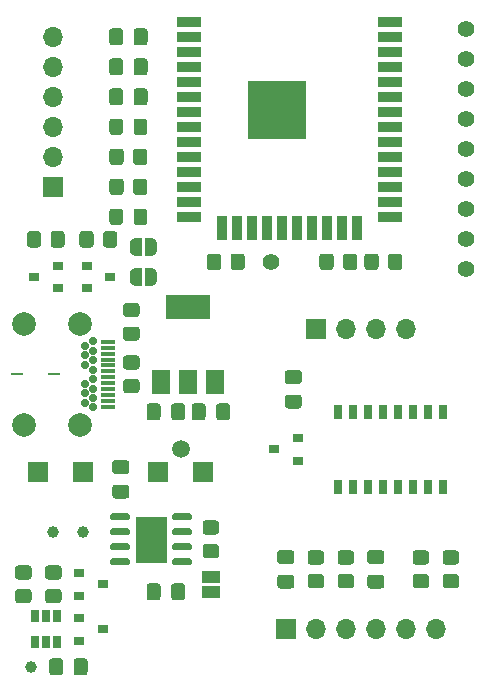
<source format=gbr>
%TF.GenerationSoftware,KiCad,Pcbnew,(5.1.10)-1*%
%TF.CreationDate,2021-12-14T17:34:47+01:00*%
%TF.ProjectId,SmartScale,536d6172-7453-4636-916c-652e6b696361,0.3*%
%TF.SameCoordinates,Original*%
%TF.FileFunction,Soldermask,Top*%
%TF.FilePolarity,Negative*%
%FSLAX46Y46*%
G04 Gerber Fmt 4.6, Leading zero omitted, Abs format (unit mm)*
G04 Created by KiCad (PCBNEW (5.1.10)-1) date 2021-12-14 17:34:47*
%MOMM*%
%LPD*%
G01*
G04 APERTURE LIST*
%ADD10C,0.100000*%
%ADD11C,1.500000*%
%ADD12R,1.000000X0.200000*%
%ADD13C,2.010000*%
%ADD14C,0.700000*%
%ADD15R,1.200000X0.300000*%
%ADD16R,0.900000X0.800000*%
%ADD17R,2.000000X0.900000*%
%ADD18R,0.900000X2.000000*%
%ADD19R,5.000000X5.000000*%
%ADD20R,1.700000X1.700000*%
%ADD21C,1.000000*%
%ADD22R,1.500000X1.000000*%
%ADD23C,0.020000*%
%ADD24R,0.800000X1.300000*%
%ADD25O,1.700000X1.700000*%
%ADD26C,1.400000*%
%ADD27R,1.500000X2.000000*%
%ADD28R,3.800000X2.000000*%
%ADD29R,0.650000X1.060000*%
G04 APERTURE END LIST*
D10*
G36*
X153035000Y-137160000D02*
G01*
X150495000Y-137160000D01*
X150495000Y-133350000D01*
X153035000Y-133350000D01*
X153035000Y-137160000D01*
G37*
X153035000Y-137160000D02*
X150495000Y-137160000D01*
X150495000Y-133350000D01*
X153035000Y-133350000D01*
X153035000Y-137160000D01*
D11*
%TO.C,REF\u002A\u002A*%
X154305000Y-127635000D03*
%TD*%
D12*
%TO.C,IC2*%
X140475000Y-121285000D03*
X143575000Y-121285000D03*
D13*
X141025000Y-125555000D03*
X141025000Y-117015000D03*
X145755000Y-125555000D03*
X145755000Y-117015000D03*
D14*
X146905000Y-123285000D03*
X146905000Y-119285000D03*
X146905000Y-118485000D03*
X146205000Y-118885000D03*
X146205000Y-119685000D03*
X146905000Y-120085000D03*
X146205000Y-120485000D03*
X146905000Y-120885000D03*
X146905000Y-121685000D03*
X146205000Y-122085000D03*
X146905000Y-122485000D03*
X146205000Y-122885000D03*
X146205000Y-123685000D03*
X146905000Y-124085000D03*
D15*
X148155000Y-124035000D03*
X148155000Y-123535000D03*
X148155000Y-123035000D03*
X148155000Y-122535000D03*
X148155000Y-122035000D03*
X148155000Y-121535000D03*
X148155000Y-121035000D03*
X148155000Y-120535000D03*
X148155000Y-120035000D03*
X148155000Y-119535000D03*
X148155000Y-119035000D03*
X148155000Y-118535000D03*
%TD*%
D16*
%TO.C,Q4*%
X147685000Y-142875000D03*
X145685000Y-143825000D03*
X145685000Y-141925000D03*
%TD*%
%TO.C,Q3*%
X147685000Y-139065000D03*
X145685000Y-140015000D03*
X145685000Y-138115000D03*
%TD*%
D17*
%TO.C,U1*%
X171980000Y-91415000D03*
X171980000Y-92685000D03*
X171980000Y-93955000D03*
X171980000Y-95225000D03*
X171980000Y-96495000D03*
X171980000Y-97765000D03*
X171980000Y-99035000D03*
X171980000Y-100305000D03*
X171980000Y-101575000D03*
X171980000Y-102845000D03*
X171980000Y-104115000D03*
X171980000Y-105385000D03*
X171980000Y-106655000D03*
X171980000Y-107925000D03*
D18*
X169195000Y-108925000D03*
X167925000Y-108925000D03*
X166655000Y-108925000D03*
X165385000Y-108925000D03*
X164115000Y-108925000D03*
X162845000Y-108925000D03*
X161575000Y-108925000D03*
X160305000Y-108925000D03*
X159035000Y-108925000D03*
X157765000Y-108925000D03*
D17*
X154980000Y-107925000D03*
X154980000Y-106655000D03*
X154980000Y-105385000D03*
X154980000Y-104115000D03*
X154980000Y-102845000D03*
X154980000Y-101575000D03*
X154980000Y-100305000D03*
X154980000Y-99035000D03*
X154980000Y-97765000D03*
X154980000Y-96495000D03*
X154980000Y-95225000D03*
X154980000Y-93955000D03*
X154980000Y-92685000D03*
X154980000Y-91415000D03*
D19*
X162480000Y-98915000D03*
%TD*%
D20*
%TO.C,BAT2*%
X152400000Y-129540000D03*
%TD*%
%TO.C,BAT1*%
X146050000Y-129540000D03*
%TD*%
%TO.C,U2*%
G36*
G01*
X149965000Y-137010000D02*
X149965000Y-137310000D01*
G75*
G02*
X149815000Y-137460000I-150000J0D01*
G01*
X148465000Y-137460000D01*
G75*
G02*
X148315000Y-137310000I0J150000D01*
G01*
X148315000Y-137010000D01*
G75*
G02*
X148465000Y-136860000I150000J0D01*
G01*
X149815000Y-136860000D01*
G75*
G02*
X149965000Y-137010000I0J-150000D01*
G01*
G37*
G36*
G01*
X149965000Y-135740000D02*
X149965000Y-136040000D01*
G75*
G02*
X149815000Y-136190000I-150000J0D01*
G01*
X148465000Y-136190000D01*
G75*
G02*
X148315000Y-136040000I0J150000D01*
G01*
X148315000Y-135740000D01*
G75*
G02*
X148465000Y-135590000I150000J0D01*
G01*
X149815000Y-135590000D01*
G75*
G02*
X149965000Y-135740000I0J-150000D01*
G01*
G37*
G36*
G01*
X149965000Y-134470000D02*
X149965000Y-134770000D01*
G75*
G02*
X149815000Y-134920000I-150000J0D01*
G01*
X148465000Y-134920000D01*
G75*
G02*
X148315000Y-134770000I0J150000D01*
G01*
X148315000Y-134470000D01*
G75*
G02*
X148465000Y-134320000I150000J0D01*
G01*
X149815000Y-134320000D01*
G75*
G02*
X149965000Y-134470000I0J-150000D01*
G01*
G37*
G36*
G01*
X149965000Y-133200000D02*
X149965000Y-133500000D01*
G75*
G02*
X149815000Y-133650000I-150000J0D01*
G01*
X148465000Y-133650000D01*
G75*
G02*
X148315000Y-133500000I0J150000D01*
G01*
X148315000Y-133200000D01*
G75*
G02*
X148465000Y-133050000I150000J0D01*
G01*
X149815000Y-133050000D01*
G75*
G02*
X149965000Y-133200000I0J-150000D01*
G01*
G37*
G36*
G01*
X155215000Y-133200000D02*
X155215000Y-133500000D01*
G75*
G02*
X155065000Y-133650000I-150000J0D01*
G01*
X153715000Y-133650000D01*
G75*
G02*
X153565000Y-133500000I0J150000D01*
G01*
X153565000Y-133200000D01*
G75*
G02*
X153715000Y-133050000I150000J0D01*
G01*
X155065000Y-133050000D01*
G75*
G02*
X155215000Y-133200000I0J-150000D01*
G01*
G37*
G36*
G01*
X155215000Y-134470000D02*
X155215000Y-134770000D01*
G75*
G02*
X155065000Y-134920000I-150000J0D01*
G01*
X153715000Y-134920000D01*
G75*
G02*
X153565000Y-134770000I0J150000D01*
G01*
X153565000Y-134470000D01*
G75*
G02*
X153715000Y-134320000I150000J0D01*
G01*
X155065000Y-134320000D01*
G75*
G02*
X155215000Y-134470000I0J-150000D01*
G01*
G37*
G36*
G01*
X155215000Y-135740000D02*
X155215000Y-136040000D01*
G75*
G02*
X155065000Y-136190000I-150000J0D01*
G01*
X153715000Y-136190000D01*
G75*
G02*
X153565000Y-136040000I0J150000D01*
G01*
X153565000Y-135740000D01*
G75*
G02*
X153715000Y-135590000I150000J0D01*
G01*
X155065000Y-135590000D01*
G75*
G02*
X155215000Y-135740000I0J-150000D01*
G01*
G37*
G36*
G01*
X155215000Y-137010000D02*
X155215000Y-137310000D01*
G75*
G02*
X155065000Y-137460000I-150000J0D01*
G01*
X153715000Y-137460000D01*
G75*
G02*
X153565000Y-137310000I0J150000D01*
G01*
X153565000Y-137010000D01*
G75*
G02*
X153715000Y-136860000I150000J0D01*
G01*
X155065000Y-136860000D01*
G75*
G02*
X155215000Y-137010000I0J-150000D01*
G01*
G37*
%TD*%
D21*
%TO.C,TP6*%
X146050000Y-134620000D03*
%TD*%
%TO.C,TP5*%
X143510000Y-134620000D03*
%TD*%
D20*
%TO.C,TP11*%
X156210000Y-129540000D03*
%TD*%
%TO.C,TP10*%
X142240000Y-129540000D03*
%TD*%
%TO.C,R7*%
G36*
G01*
X157295001Y-134855000D02*
X156394999Y-134855000D01*
G75*
G02*
X156145000Y-134605001I0J249999D01*
G01*
X156145000Y-133904999D01*
G75*
G02*
X156394999Y-133655000I249999J0D01*
G01*
X157295001Y-133655000D01*
G75*
G02*
X157545000Y-133904999I0J-249999D01*
G01*
X157545000Y-134605001D01*
G75*
G02*
X157295001Y-134855000I-249999J0D01*
G01*
G37*
G36*
G01*
X157295001Y-136855000D02*
X156394999Y-136855000D01*
G75*
G02*
X156145000Y-136605001I0J249999D01*
G01*
X156145000Y-135904999D01*
G75*
G02*
X156394999Y-135655000I249999J0D01*
G01*
X157295001Y-135655000D01*
G75*
G02*
X157545000Y-135904999I0J-249999D01*
G01*
X157545000Y-136605001D01*
G75*
G02*
X157295001Y-136855000I-249999J0D01*
G01*
G37*
%TD*%
%TO.C,R2*%
G36*
G01*
X144475000Y-109404999D02*
X144475000Y-110305001D01*
G75*
G02*
X144225001Y-110555000I-249999J0D01*
G01*
X143524999Y-110555000D01*
G75*
G02*
X143275000Y-110305001I0J249999D01*
G01*
X143275000Y-109404999D01*
G75*
G02*
X143524999Y-109155000I249999J0D01*
G01*
X144225001Y-109155000D01*
G75*
G02*
X144475000Y-109404999I0J-249999D01*
G01*
G37*
G36*
G01*
X142475000Y-109404999D02*
X142475000Y-110305001D01*
G75*
G02*
X142225001Y-110555000I-249999J0D01*
G01*
X141524999Y-110555000D01*
G75*
G02*
X141275000Y-110305001I0J249999D01*
G01*
X141275000Y-109404999D01*
G75*
G02*
X141524999Y-109155000I249999J0D01*
G01*
X142225001Y-109155000D01*
G75*
G02*
X142475000Y-109404999I0J-249999D01*
G01*
G37*
%TD*%
%TO.C,R1*%
G36*
G01*
X148920000Y-109404999D02*
X148920000Y-110305001D01*
G75*
G02*
X148670001Y-110555000I-249999J0D01*
G01*
X147969999Y-110555000D01*
G75*
G02*
X147720000Y-110305001I0J249999D01*
G01*
X147720000Y-109404999D01*
G75*
G02*
X147969999Y-109155000I249999J0D01*
G01*
X148670001Y-109155000D01*
G75*
G02*
X148920000Y-109404999I0J-249999D01*
G01*
G37*
G36*
G01*
X146920000Y-109404999D02*
X146920000Y-110305001D01*
G75*
G02*
X146670001Y-110555000I-249999J0D01*
G01*
X145969999Y-110555000D01*
G75*
G02*
X145720000Y-110305001I0J249999D01*
G01*
X145720000Y-109404999D01*
G75*
G02*
X145969999Y-109155000I249999J0D01*
G01*
X146670001Y-109155000D01*
G75*
G02*
X146920000Y-109404999I0J-249999D01*
G01*
G37*
%TD*%
D22*
%TO.C,JP1*%
X156845000Y-139715000D03*
X156845000Y-138415000D03*
%TD*%
%TO.C,C6*%
G36*
G01*
X148750000Y-130625000D02*
X149700000Y-130625000D01*
G75*
G02*
X149950000Y-130875000I0J-250000D01*
G01*
X149950000Y-131550000D01*
G75*
G02*
X149700000Y-131800000I-250000J0D01*
G01*
X148750000Y-131800000D01*
G75*
G02*
X148500000Y-131550000I0J250000D01*
G01*
X148500000Y-130875000D01*
G75*
G02*
X148750000Y-130625000I250000J0D01*
G01*
G37*
G36*
G01*
X148750000Y-128550000D02*
X149700000Y-128550000D01*
G75*
G02*
X149950000Y-128800000I0J-250000D01*
G01*
X149950000Y-129475000D01*
G75*
G02*
X149700000Y-129725000I-250000J0D01*
G01*
X148750000Y-129725000D01*
G75*
G02*
X148500000Y-129475000I0J250000D01*
G01*
X148500000Y-128800000D01*
G75*
G02*
X148750000Y-128550000I250000J0D01*
G01*
G37*
%TD*%
%TO.C,C5*%
G36*
G01*
X152585000Y-139225000D02*
X152585000Y-140175000D01*
G75*
G02*
X152335000Y-140425000I-250000J0D01*
G01*
X151660000Y-140425000D01*
G75*
G02*
X151410000Y-140175000I0J250000D01*
G01*
X151410000Y-139225000D01*
G75*
G02*
X151660000Y-138975000I250000J0D01*
G01*
X152335000Y-138975000D01*
G75*
G02*
X152585000Y-139225000I0J-250000D01*
G01*
G37*
G36*
G01*
X154660000Y-139225000D02*
X154660000Y-140175000D01*
G75*
G02*
X154410000Y-140425000I-250000J0D01*
G01*
X153735000Y-140425000D01*
G75*
G02*
X153485000Y-140175000I0J250000D01*
G01*
X153485000Y-139225000D01*
G75*
G02*
X153735000Y-138975000I250000J0D01*
G01*
X154410000Y-138975000D01*
G75*
G02*
X154660000Y-139225000I0J-250000D01*
G01*
G37*
%TD*%
D16*
%TO.C,Q2*%
X143875000Y-113980000D03*
X143875000Y-112080000D03*
X141875000Y-113030000D03*
%TD*%
%TO.C,Q1*%
X146320000Y-112080000D03*
X146320000Y-113980000D03*
X148320000Y-113030000D03*
%TD*%
%TO.C,C7*%
G36*
G01*
X149410000Y-107499999D02*
X149410000Y-108400001D01*
G75*
G02*
X149160001Y-108650000I-249999J0D01*
G01*
X148509999Y-108650000D01*
G75*
G02*
X148260000Y-108400001I0J249999D01*
G01*
X148260000Y-107499999D01*
G75*
G02*
X148509999Y-107250000I249999J0D01*
G01*
X149160001Y-107250000D01*
G75*
G02*
X149410000Y-107499999I0J-249999D01*
G01*
G37*
G36*
G01*
X151460000Y-107499999D02*
X151460000Y-108400001D01*
G75*
G02*
X151210001Y-108650000I-249999J0D01*
G01*
X150559999Y-108650000D01*
G75*
G02*
X150310000Y-108400001I0J249999D01*
G01*
X150310000Y-107499999D01*
G75*
G02*
X150559999Y-107250000I249999J0D01*
G01*
X151210001Y-107250000D01*
G75*
G02*
X151460000Y-107499999I0J-249999D01*
G01*
G37*
%TD*%
%TO.C,C4*%
G36*
G01*
X149410000Y-99879999D02*
X149410000Y-100780001D01*
G75*
G02*
X149160001Y-101030000I-249999J0D01*
G01*
X148509999Y-101030000D01*
G75*
G02*
X148260000Y-100780001I0J249999D01*
G01*
X148260000Y-99879999D01*
G75*
G02*
X148509999Y-99630000I249999J0D01*
G01*
X149160001Y-99630000D01*
G75*
G02*
X149410000Y-99879999I0J-249999D01*
G01*
G37*
G36*
G01*
X151460000Y-99879999D02*
X151460000Y-100780001D01*
G75*
G02*
X151210001Y-101030000I-249999J0D01*
G01*
X150559999Y-101030000D01*
G75*
G02*
X150310000Y-100780001I0J249999D01*
G01*
X150310000Y-99879999D01*
G75*
G02*
X150559999Y-99630000I249999J0D01*
G01*
X151210001Y-99630000D01*
G75*
G02*
X151460000Y-99879999I0J-249999D01*
G01*
G37*
%TD*%
%TO.C,R5*%
G36*
G01*
X150564001Y-116440000D02*
X149663999Y-116440000D01*
G75*
G02*
X149414000Y-116190001I0J249999D01*
G01*
X149414000Y-115489999D01*
G75*
G02*
X149663999Y-115240000I249999J0D01*
G01*
X150564001Y-115240000D01*
G75*
G02*
X150814000Y-115489999I0J-249999D01*
G01*
X150814000Y-116190001D01*
G75*
G02*
X150564001Y-116440000I-249999J0D01*
G01*
G37*
G36*
G01*
X150564001Y-118440000D02*
X149663999Y-118440000D01*
G75*
G02*
X149414000Y-118190001I0J249999D01*
G01*
X149414000Y-117489999D01*
G75*
G02*
X149663999Y-117240000I249999J0D01*
G01*
X150564001Y-117240000D01*
G75*
G02*
X150814000Y-117489999I0J-249999D01*
G01*
X150814000Y-118190001D01*
G75*
G02*
X150564001Y-118440000I-249999J0D01*
G01*
G37*
%TD*%
%TO.C,R4*%
G36*
G01*
X149663999Y-121685000D02*
X150564001Y-121685000D01*
G75*
G02*
X150814000Y-121934999I0J-249999D01*
G01*
X150814000Y-122635001D01*
G75*
G02*
X150564001Y-122885000I-249999J0D01*
G01*
X149663999Y-122885000D01*
G75*
G02*
X149414000Y-122635001I0J249999D01*
G01*
X149414000Y-121934999D01*
G75*
G02*
X149663999Y-121685000I249999J0D01*
G01*
G37*
G36*
G01*
X149663999Y-119685000D02*
X150564001Y-119685000D01*
G75*
G02*
X150814000Y-119934999I0J-249999D01*
G01*
X150814000Y-120635001D01*
G75*
G02*
X150564001Y-120885000I-249999J0D01*
G01*
X149663999Y-120885000D01*
G75*
G02*
X149414000Y-120635001I0J249999D01*
G01*
X149414000Y-119934999D01*
G75*
G02*
X149663999Y-119685000I249999J0D01*
G01*
G37*
%TD*%
D23*
%TO.C,SW1*%
G36*
X151280000Y-112280000D02*
G01*
X151780000Y-112280000D01*
X151780000Y-112280602D01*
X151804534Y-112280602D01*
X151853365Y-112285412D01*
X151901490Y-112294984D01*
X151948445Y-112309228D01*
X151993778Y-112328005D01*
X152037051Y-112351136D01*
X152077850Y-112378396D01*
X152115779Y-112409524D01*
X152150476Y-112444221D01*
X152181604Y-112482150D01*
X152208864Y-112522949D01*
X152231995Y-112566222D01*
X152250772Y-112611555D01*
X152265016Y-112658510D01*
X152274588Y-112706635D01*
X152279398Y-112755466D01*
X152279398Y-112780000D01*
X152280000Y-112780000D01*
X152280000Y-113280000D01*
X152279398Y-113280000D01*
X152279398Y-113304534D01*
X152274588Y-113353365D01*
X152265016Y-113401490D01*
X152250772Y-113448445D01*
X152231995Y-113493778D01*
X152208864Y-113537051D01*
X152181604Y-113577850D01*
X152150476Y-113615779D01*
X152115779Y-113650476D01*
X152077850Y-113681604D01*
X152037051Y-113708864D01*
X151993778Y-113731995D01*
X151948445Y-113750772D01*
X151901490Y-113765016D01*
X151853365Y-113774588D01*
X151804534Y-113779398D01*
X151780000Y-113779398D01*
X151780000Y-113780000D01*
X151280000Y-113780000D01*
X151280000Y-112280000D01*
G37*
G36*
X150480000Y-113779398D02*
G01*
X150455466Y-113779398D01*
X150406635Y-113774588D01*
X150358510Y-113765016D01*
X150311555Y-113750772D01*
X150266222Y-113731995D01*
X150222949Y-113708864D01*
X150182150Y-113681604D01*
X150144221Y-113650476D01*
X150109524Y-113615779D01*
X150078396Y-113577850D01*
X150051136Y-113537051D01*
X150028005Y-113493778D01*
X150009228Y-113448445D01*
X149994984Y-113401490D01*
X149985412Y-113353365D01*
X149980602Y-113304534D01*
X149980602Y-113280000D01*
X149980000Y-113280000D01*
X149980000Y-112780000D01*
X149980602Y-112780000D01*
X149980602Y-112755466D01*
X149985412Y-112706635D01*
X149994984Y-112658510D01*
X150009228Y-112611555D01*
X150028005Y-112566222D01*
X150051136Y-112522949D01*
X150078396Y-112482150D01*
X150109524Y-112444221D01*
X150144221Y-112409524D01*
X150182150Y-112378396D01*
X150222949Y-112351136D01*
X150266222Y-112328005D01*
X150311555Y-112309228D01*
X150358510Y-112294984D01*
X150406635Y-112285412D01*
X150455466Y-112280602D01*
X150480000Y-112280602D01*
X150480000Y-112280000D01*
X150980000Y-112280000D01*
X150980000Y-113780000D01*
X150480000Y-113780000D01*
X150480000Y-113779398D01*
G37*
%TD*%
%TO.C,R6*%
G36*
G01*
X157715000Y-111309999D02*
X157715000Y-112210001D01*
G75*
G02*
X157465001Y-112460000I-249999J0D01*
G01*
X156764999Y-112460000D01*
G75*
G02*
X156515000Y-112210001I0J249999D01*
G01*
X156515000Y-111309999D01*
G75*
G02*
X156764999Y-111060000I249999J0D01*
G01*
X157465001Y-111060000D01*
G75*
G02*
X157715000Y-111309999I0J-249999D01*
G01*
G37*
G36*
G01*
X159715000Y-111309999D02*
X159715000Y-112210001D01*
G75*
G02*
X159465001Y-112460000I-249999J0D01*
G01*
X158764999Y-112460000D01*
G75*
G02*
X158515000Y-112210001I0J249999D01*
G01*
X158515000Y-111309999D01*
G75*
G02*
X158764999Y-111060000I249999J0D01*
G01*
X159465001Y-111060000D01*
G75*
G02*
X159715000Y-111309999I0J-249999D01*
G01*
G37*
%TD*%
%TO.C,R14*%
G36*
G01*
X169240000Y-111309999D02*
X169240000Y-112210001D01*
G75*
G02*
X168990001Y-112460000I-249999J0D01*
G01*
X168289999Y-112460000D01*
G75*
G02*
X168040000Y-112210001I0J249999D01*
G01*
X168040000Y-111309999D01*
G75*
G02*
X168289999Y-111060000I249999J0D01*
G01*
X168990001Y-111060000D01*
G75*
G02*
X169240000Y-111309999I0J-249999D01*
G01*
G37*
G36*
G01*
X167240000Y-111309999D02*
X167240000Y-112210001D01*
G75*
G02*
X166990001Y-112460000I-249999J0D01*
G01*
X166289999Y-112460000D01*
G75*
G02*
X166040000Y-112210001I0J249999D01*
G01*
X166040000Y-111309999D01*
G75*
G02*
X166289999Y-111060000I249999J0D01*
G01*
X166990001Y-111060000D01*
G75*
G02*
X167240000Y-111309999I0J-249999D01*
G01*
G37*
%TD*%
%TO.C,R13*%
G36*
G01*
X171050000Y-111309999D02*
X171050000Y-112210001D01*
G75*
G02*
X170800001Y-112460000I-249999J0D01*
G01*
X170099999Y-112460000D01*
G75*
G02*
X169850000Y-112210001I0J249999D01*
G01*
X169850000Y-111309999D01*
G75*
G02*
X170099999Y-111060000I249999J0D01*
G01*
X170800001Y-111060000D01*
G75*
G02*
X171050000Y-111309999I0J-249999D01*
G01*
G37*
G36*
G01*
X173050000Y-111309999D02*
X173050000Y-112210001D01*
G75*
G02*
X172800001Y-112460000I-249999J0D01*
G01*
X172099999Y-112460000D01*
G75*
G02*
X171850000Y-112210001I0J249999D01*
G01*
X171850000Y-111309999D01*
G75*
G02*
X172099999Y-111060000I249999J0D01*
G01*
X172800001Y-111060000D01*
G75*
G02*
X173050000Y-111309999I0J-249999D01*
G01*
G37*
%TD*%
%TO.C,R12*%
G36*
G01*
X140519999Y-137465000D02*
X141420001Y-137465000D01*
G75*
G02*
X141670000Y-137714999I0J-249999D01*
G01*
X141670000Y-138415001D01*
G75*
G02*
X141420001Y-138665000I-249999J0D01*
G01*
X140519999Y-138665000D01*
G75*
G02*
X140270000Y-138415001I0J249999D01*
G01*
X140270000Y-137714999D01*
G75*
G02*
X140519999Y-137465000I249999J0D01*
G01*
G37*
G36*
G01*
X140519999Y-139465000D02*
X141420001Y-139465000D01*
G75*
G02*
X141670000Y-139714999I0J-249999D01*
G01*
X141670000Y-140415001D01*
G75*
G02*
X141420001Y-140665000I-249999J0D01*
G01*
X140519999Y-140665000D01*
G75*
G02*
X140270000Y-140415001I0J249999D01*
G01*
X140270000Y-139714999D01*
G75*
G02*
X140519999Y-139465000I249999J0D01*
G01*
G37*
%TD*%
%TO.C,R9*%
G36*
G01*
X143059999Y-137465000D02*
X143960001Y-137465000D01*
G75*
G02*
X144210000Y-137714999I0J-249999D01*
G01*
X144210000Y-138415001D01*
G75*
G02*
X143960001Y-138665000I-249999J0D01*
G01*
X143059999Y-138665000D01*
G75*
G02*
X142810000Y-138415001I0J249999D01*
G01*
X142810000Y-137714999D01*
G75*
G02*
X143059999Y-137465000I249999J0D01*
G01*
G37*
G36*
G01*
X143059999Y-139465000D02*
X143960001Y-139465000D01*
G75*
G02*
X144210000Y-139714999I0J-249999D01*
G01*
X144210000Y-140415001D01*
G75*
G02*
X143960001Y-140665000I-249999J0D01*
G01*
X143059999Y-140665000D01*
G75*
G02*
X142810000Y-140415001I0J249999D01*
G01*
X142810000Y-139714999D01*
G75*
G02*
X143059999Y-139465000I249999J0D01*
G01*
G37*
%TD*%
%TO.C,R8*%
G36*
G01*
X150260000Y-105860001D02*
X150260000Y-104959999D01*
G75*
G02*
X150509999Y-104710000I249999J0D01*
G01*
X151210001Y-104710000D01*
G75*
G02*
X151460000Y-104959999I0J-249999D01*
G01*
X151460000Y-105860001D01*
G75*
G02*
X151210001Y-106110000I-249999J0D01*
G01*
X150509999Y-106110000D01*
G75*
G02*
X150260000Y-105860001I0J249999D01*
G01*
G37*
G36*
G01*
X148260000Y-105860001D02*
X148260000Y-104959999D01*
G75*
G02*
X148509999Y-104710000I249999J0D01*
G01*
X149210001Y-104710000D01*
G75*
G02*
X149460000Y-104959999I0J-249999D01*
G01*
X149460000Y-105860001D01*
G75*
G02*
X149210001Y-106110000I-249999J0D01*
G01*
X148509999Y-106110000D01*
G75*
G02*
X148260000Y-105860001I0J249999D01*
G01*
G37*
%TD*%
%TO.C,R3*%
G36*
G01*
X150260000Y-103320001D02*
X150260000Y-102419999D01*
G75*
G02*
X150509999Y-102170000I249999J0D01*
G01*
X151210001Y-102170000D01*
G75*
G02*
X151460000Y-102419999I0J-249999D01*
G01*
X151460000Y-103320001D01*
G75*
G02*
X151210001Y-103570000I-249999J0D01*
G01*
X150509999Y-103570000D01*
G75*
G02*
X150260000Y-103320001I0J249999D01*
G01*
G37*
G36*
G01*
X148260000Y-103320001D02*
X148260000Y-102419999D01*
G75*
G02*
X148509999Y-102170000I249999J0D01*
G01*
X149210001Y-102170000D01*
G75*
G02*
X149460000Y-102419999I0J-249999D01*
G01*
X149460000Y-103320001D01*
G75*
G02*
X149210001Y-103570000I-249999J0D01*
G01*
X148509999Y-103570000D01*
G75*
G02*
X148260000Y-103320001I0J249999D01*
G01*
G37*
%TD*%
%TO.C,R16*%
G36*
G01*
X168725001Y-137395000D02*
X167824999Y-137395000D01*
G75*
G02*
X167575000Y-137145001I0J249999D01*
G01*
X167575000Y-136444999D01*
G75*
G02*
X167824999Y-136195000I249999J0D01*
G01*
X168725001Y-136195000D01*
G75*
G02*
X168975000Y-136444999I0J-249999D01*
G01*
X168975000Y-137145001D01*
G75*
G02*
X168725001Y-137395000I-249999J0D01*
G01*
G37*
G36*
G01*
X168725001Y-139395000D02*
X167824999Y-139395000D01*
G75*
G02*
X167575000Y-139145001I0J249999D01*
G01*
X167575000Y-138444999D01*
G75*
G02*
X167824999Y-138195000I249999J0D01*
G01*
X168725001Y-138195000D01*
G75*
G02*
X168975000Y-138444999I0J-249999D01*
G01*
X168975000Y-139145001D01*
G75*
G02*
X168725001Y-139395000I-249999J0D01*
G01*
G37*
%TD*%
%TO.C,R15*%
G36*
G01*
X166185001Y-137395000D02*
X165284999Y-137395000D01*
G75*
G02*
X165035000Y-137145001I0J249999D01*
G01*
X165035000Y-136444999D01*
G75*
G02*
X165284999Y-136195000I249999J0D01*
G01*
X166185001Y-136195000D01*
G75*
G02*
X166435000Y-136444999I0J-249999D01*
G01*
X166435000Y-137145001D01*
G75*
G02*
X166185001Y-137395000I-249999J0D01*
G01*
G37*
G36*
G01*
X166185001Y-139395000D02*
X165284999Y-139395000D01*
G75*
G02*
X165035000Y-139145001I0J249999D01*
G01*
X165035000Y-138444999D01*
G75*
G02*
X165284999Y-138195000I249999J0D01*
G01*
X166185001Y-138195000D01*
G75*
G02*
X166435000Y-138444999I0J-249999D01*
G01*
X166435000Y-139145001D01*
G75*
G02*
X166185001Y-139395000I-249999J0D01*
G01*
G37*
%TD*%
%TO.C,R11*%
G36*
G01*
X175075001Y-137395000D02*
X174174999Y-137395000D01*
G75*
G02*
X173925000Y-137145001I0J249999D01*
G01*
X173925000Y-136444999D01*
G75*
G02*
X174174999Y-136195000I249999J0D01*
G01*
X175075001Y-136195000D01*
G75*
G02*
X175325000Y-136444999I0J-249999D01*
G01*
X175325000Y-137145001D01*
G75*
G02*
X175075001Y-137395000I-249999J0D01*
G01*
G37*
G36*
G01*
X175075001Y-139395000D02*
X174174999Y-139395000D01*
G75*
G02*
X173925000Y-139145001I0J249999D01*
G01*
X173925000Y-138444999D01*
G75*
G02*
X174174999Y-138195000I249999J0D01*
G01*
X175075001Y-138195000D01*
G75*
G02*
X175325000Y-138444999I0J-249999D01*
G01*
X175325000Y-139145001D01*
G75*
G02*
X175075001Y-139395000I-249999J0D01*
G01*
G37*
%TD*%
%TO.C,R10*%
G36*
G01*
X177615001Y-137395000D02*
X176714999Y-137395000D01*
G75*
G02*
X176465000Y-137145001I0J249999D01*
G01*
X176465000Y-136444999D01*
G75*
G02*
X176714999Y-136195000I249999J0D01*
G01*
X177615001Y-136195000D01*
G75*
G02*
X177865000Y-136444999I0J-249999D01*
G01*
X177865000Y-137145001D01*
G75*
G02*
X177615001Y-137395000I-249999J0D01*
G01*
G37*
G36*
G01*
X177615001Y-139395000D02*
X176714999Y-139395000D01*
G75*
G02*
X176465000Y-139145001I0J249999D01*
G01*
X176465000Y-138444999D01*
G75*
G02*
X176714999Y-138195000I249999J0D01*
G01*
X177615001Y-138195000D01*
G75*
G02*
X177865000Y-138444999I0J-249999D01*
G01*
X177865000Y-139145001D01*
G75*
G02*
X177615001Y-139395000I-249999J0D01*
G01*
G37*
%TD*%
%TO.C,C3*%
G36*
G01*
X150310000Y-98265000D02*
X150310000Y-97315000D01*
G75*
G02*
X150560000Y-97065000I250000J0D01*
G01*
X151235000Y-97065000D01*
G75*
G02*
X151485000Y-97315000I0J-250000D01*
G01*
X151485000Y-98265000D01*
G75*
G02*
X151235000Y-98515000I-250000J0D01*
G01*
X150560000Y-98515000D01*
G75*
G02*
X150310000Y-98265000I0J250000D01*
G01*
G37*
G36*
G01*
X148235000Y-98265000D02*
X148235000Y-97315000D01*
G75*
G02*
X148485000Y-97065000I250000J0D01*
G01*
X149160000Y-97065000D01*
G75*
G02*
X149410000Y-97315000I0J-250000D01*
G01*
X149410000Y-98265000D01*
G75*
G02*
X149160000Y-98515000I-250000J0D01*
G01*
X148485000Y-98515000D01*
G75*
G02*
X148235000Y-98265000I0J250000D01*
G01*
G37*
%TD*%
%TO.C,C13*%
G36*
G01*
X156395000Y-123985000D02*
X156395000Y-124935000D01*
G75*
G02*
X156145000Y-125185000I-250000J0D01*
G01*
X155470000Y-125185000D01*
G75*
G02*
X155220000Y-124935000I0J250000D01*
G01*
X155220000Y-123985000D01*
G75*
G02*
X155470000Y-123735000I250000J0D01*
G01*
X156145000Y-123735000D01*
G75*
G02*
X156395000Y-123985000I0J-250000D01*
G01*
G37*
G36*
G01*
X158470000Y-123985000D02*
X158470000Y-124935000D01*
G75*
G02*
X158220000Y-125185000I-250000J0D01*
G01*
X157545000Y-125185000D01*
G75*
G02*
X157295000Y-124935000I0J250000D01*
G01*
X157295000Y-123985000D01*
G75*
G02*
X157545000Y-123735000I250000J0D01*
G01*
X158220000Y-123735000D01*
G75*
G02*
X158470000Y-123985000I0J-250000D01*
G01*
G37*
%TD*%
%TO.C,C2*%
G36*
G01*
X150310000Y-95725000D02*
X150310000Y-94775000D01*
G75*
G02*
X150560000Y-94525000I250000J0D01*
G01*
X151235000Y-94525000D01*
G75*
G02*
X151485000Y-94775000I0J-250000D01*
G01*
X151485000Y-95725000D01*
G75*
G02*
X151235000Y-95975000I-250000J0D01*
G01*
X150560000Y-95975000D01*
G75*
G02*
X150310000Y-95725000I0J250000D01*
G01*
G37*
G36*
G01*
X148235000Y-95725000D02*
X148235000Y-94775000D01*
G75*
G02*
X148485000Y-94525000I250000J0D01*
G01*
X149160000Y-94525000D01*
G75*
G02*
X149410000Y-94775000I0J-250000D01*
G01*
X149410000Y-95725000D01*
G75*
G02*
X149160000Y-95975000I-250000J0D01*
G01*
X148485000Y-95975000D01*
G75*
G02*
X148235000Y-95725000I0J250000D01*
G01*
G37*
%TD*%
%TO.C,C1*%
G36*
G01*
X150310000Y-93185000D02*
X150310000Y-92235000D01*
G75*
G02*
X150560000Y-91985000I250000J0D01*
G01*
X151235000Y-91985000D01*
G75*
G02*
X151485000Y-92235000I0J-250000D01*
G01*
X151485000Y-93185000D01*
G75*
G02*
X151235000Y-93435000I-250000J0D01*
G01*
X150560000Y-93435000D01*
G75*
G02*
X150310000Y-93185000I0J250000D01*
G01*
G37*
G36*
G01*
X148235000Y-93185000D02*
X148235000Y-92235000D01*
G75*
G02*
X148485000Y-91985000I250000J0D01*
G01*
X149160000Y-91985000D01*
G75*
G02*
X149410000Y-92235000I0J-250000D01*
G01*
X149410000Y-93185000D01*
G75*
G02*
X149160000Y-93435000I-250000J0D01*
G01*
X148485000Y-93435000D01*
G75*
G02*
X148235000Y-93185000I0J250000D01*
G01*
G37*
%TD*%
%TO.C,C12*%
G36*
G01*
X152585000Y-123985000D02*
X152585000Y-124935000D01*
G75*
G02*
X152335000Y-125185000I-250000J0D01*
G01*
X151660000Y-125185000D01*
G75*
G02*
X151410000Y-124935000I0J250000D01*
G01*
X151410000Y-123985000D01*
G75*
G02*
X151660000Y-123735000I250000J0D01*
G01*
X152335000Y-123735000D01*
G75*
G02*
X152585000Y-123985000I0J-250000D01*
G01*
G37*
G36*
G01*
X154660000Y-123985000D02*
X154660000Y-124935000D01*
G75*
G02*
X154410000Y-125185000I-250000J0D01*
G01*
X153735000Y-125185000D01*
G75*
G02*
X153485000Y-124935000I0J250000D01*
G01*
X153485000Y-123985000D01*
G75*
G02*
X153735000Y-123735000I250000J0D01*
G01*
X154410000Y-123735000D01*
G75*
G02*
X154660000Y-123985000I0J-250000D01*
G01*
G37*
%TD*%
%TO.C,C11*%
G36*
G01*
X164305000Y-122105000D02*
X163355000Y-122105000D01*
G75*
G02*
X163105000Y-121855000I0J250000D01*
G01*
X163105000Y-121180000D01*
G75*
G02*
X163355000Y-120930000I250000J0D01*
G01*
X164305000Y-120930000D01*
G75*
G02*
X164555000Y-121180000I0J-250000D01*
G01*
X164555000Y-121855000D01*
G75*
G02*
X164305000Y-122105000I-250000J0D01*
G01*
G37*
G36*
G01*
X164305000Y-124180000D02*
X163355000Y-124180000D01*
G75*
G02*
X163105000Y-123930000I0J250000D01*
G01*
X163105000Y-123255000D01*
G75*
G02*
X163355000Y-123005000I250000J0D01*
G01*
X164305000Y-123005000D01*
G75*
G02*
X164555000Y-123255000I0J-250000D01*
G01*
X164555000Y-123930000D01*
G75*
G02*
X164305000Y-124180000I-250000J0D01*
G01*
G37*
%TD*%
%TO.C,C10*%
G36*
G01*
X171290000Y-137345000D02*
X170340000Y-137345000D01*
G75*
G02*
X170090000Y-137095000I0J250000D01*
G01*
X170090000Y-136420000D01*
G75*
G02*
X170340000Y-136170000I250000J0D01*
G01*
X171290000Y-136170000D01*
G75*
G02*
X171540000Y-136420000I0J-250000D01*
G01*
X171540000Y-137095000D01*
G75*
G02*
X171290000Y-137345000I-250000J0D01*
G01*
G37*
G36*
G01*
X171290000Y-139420000D02*
X170340000Y-139420000D01*
G75*
G02*
X170090000Y-139170000I0J250000D01*
G01*
X170090000Y-138495000D01*
G75*
G02*
X170340000Y-138245000I250000J0D01*
G01*
X171290000Y-138245000D01*
G75*
G02*
X171540000Y-138495000I0J-250000D01*
G01*
X171540000Y-139170000D01*
G75*
G02*
X171290000Y-139420000I-250000J0D01*
G01*
G37*
%TD*%
%TO.C,C9*%
G36*
G01*
X162720000Y-138245000D02*
X163670000Y-138245000D01*
G75*
G02*
X163920000Y-138495000I0J-250000D01*
G01*
X163920000Y-139170000D01*
G75*
G02*
X163670000Y-139420000I-250000J0D01*
G01*
X162720000Y-139420000D01*
G75*
G02*
X162470000Y-139170000I0J250000D01*
G01*
X162470000Y-138495000D01*
G75*
G02*
X162720000Y-138245000I250000J0D01*
G01*
G37*
G36*
G01*
X162720000Y-136170000D02*
X163670000Y-136170000D01*
G75*
G02*
X163920000Y-136420000I0J-250000D01*
G01*
X163920000Y-137095000D01*
G75*
G02*
X163670000Y-137345000I-250000J0D01*
G01*
X162720000Y-137345000D01*
G75*
G02*
X162470000Y-137095000I0J250000D01*
G01*
X162470000Y-136420000D01*
G75*
G02*
X162720000Y-136170000I250000J0D01*
G01*
G37*
%TD*%
%TO.C,C8*%
G36*
G01*
X144330000Y-145575000D02*
X144330000Y-146525000D01*
G75*
G02*
X144080000Y-146775000I-250000J0D01*
G01*
X143405000Y-146775000D01*
G75*
G02*
X143155000Y-146525000I0J250000D01*
G01*
X143155000Y-145575000D01*
G75*
G02*
X143405000Y-145325000I250000J0D01*
G01*
X144080000Y-145325000D01*
G75*
G02*
X144330000Y-145575000I0J-250000D01*
G01*
G37*
G36*
G01*
X146405000Y-145575000D02*
X146405000Y-146525000D01*
G75*
G02*
X146155000Y-146775000I-250000J0D01*
G01*
X145480000Y-146775000D01*
G75*
G02*
X145230000Y-146525000I0J250000D01*
G01*
X145230000Y-145575000D01*
G75*
G02*
X145480000Y-145325000I250000J0D01*
G01*
X146155000Y-145325000D01*
G75*
G02*
X146405000Y-145575000I0J-250000D01*
G01*
G37*
%TD*%
%TO.C,SW2*%
G36*
X151280000Y-109740000D02*
G01*
X151780000Y-109740000D01*
X151780000Y-109740602D01*
X151804534Y-109740602D01*
X151853365Y-109745412D01*
X151901490Y-109754984D01*
X151948445Y-109769228D01*
X151993778Y-109788005D01*
X152037051Y-109811136D01*
X152077850Y-109838396D01*
X152115779Y-109869524D01*
X152150476Y-109904221D01*
X152181604Y-109942150D01*
X152208864Y-109982949D01*
X152231995Y-110026222D01*
X152250772Y-110071555D01*
X152265016Y-110118510D01*
X152274588Y-110166635D01*
X152279398Y-110215466D01*
X152279398Y-110240000D01*
X152280000Y-110240000D01*
X152280000Y-110740000D01*
X152279398Y-110740000D01*
X152279398Y-110764534D01*
X152274588Y-110813365D01*
X152265016Y-110861490D01*
X152250772Y-110908445D01*
X152231995Y-110953778D01*
X152208864Y-110997051D01*
X152181604Y-111037850D01*
X152150476Y-111075779D01*
X152115779Y-111110476D01*
X152077850Y-111141604D01*
X152037051Y-111168864D01*
X151993778Y-111191995D01*
X151948445Y-111210772D01*
X151901490Y-111225016D01*
X151853365Y-111234588D01*
X151804534Y-111239398D01*
X151780000Y-111239398D01*
X151780000Y-111240000D01*
X151280000Y-111240000D01*
X151280000Y-109740000D01*
G37*
G36*
X150480000Y-111239398D02*
G01*
X150455466Y-111239398D01*
X150406635Y-111234588D01*
X150358510Y-111225016D01*
X150311555Y-111210772D01*
X150266222Y-111191995D01*
X150222949Y-111168864D01*
X150182150Y-111141604D01*
X150144221Y-111110476D01*
X150109524Y-111075779D01*
X150078396Y-111037850D01*
X150051136Y-110997051D01*
X150028005Y-110953778D01*
X150009228Y-110908445D01*
X149994984Y-110861490D01*
X149985412Y-110813365D01*
X149980602Y-110764534D01*
X149980602Y-110740000D01*
X149980000Y-110740000D01*
X149980000Y-110240000D01*
X149980602Y-110240000D01*
X149980602Y-110215466D01*
X149985412Y-110166635D01*
X149994984Y-110118510D01*
X150009228Y-110071555D01*
X150028005Y-110026222D01*
X150051136Y-109982949D01*
X150078396Y-109942150D01*
X150109524Y-109904221D01*
X150144221Y-109869524D01*
X150182150Y-109838396D01*
X150222949Y-109811136D01*
X150266222Y-109788005D01*
X150311555Y-109769228D01*
X150358510Y-109754984D01*
X150406635Y-109745412D01*
X150455466Y-109740602D01*
X150480000Y-109740602D01*
X150480000Y-109740000D01*
X150980000Y-109740000D01*
X150980000Y-111240000D01*
X150480000Y-111240000D01*
X150480000Y-111239398D01*
G37*
%TD*%
D24*
%TO.C,IC1*%
X167635000Y-124485000D03*
X168915000Y-124485000D03*
X170175000Y-124485000D03*
X171445000Y-124485000D03*
X172725000Y-124485000D03*
X173995000Y-124485000D03*
X175255000Y-124485000D03*
X176535000Y-124485000D03*
X176535000Y-130785000D03*
X175255000Y-130785000D03*
X173995000Y-130785000D03*
X172725000Y-130785000D03*
X171445000Y-130785000D03*
X170175000Y-130785000D03*
X168915000Y-130785000D03*
X167635000Y-130785000D03*
%TD*%
D25*
%TO.C,J3*%
X175895000Y-142875000D03*
X173355000Y-142875000D03*
X170815000Y-142875000D03*
X168275000Y-142875000D03*
X165735000Y-142875000D03*
D20*
X163195000Y-142875000D03*
%TD*%
D25*
%TO.C,J4*%
X173355000Y-117475000D03*
X170815000Y-117475000D03*
X168275000Y-117475000D03*
D20*
X165735000Y-117475000D03*
%TD*%
D26*
%TO.C,T9*%
X161925000Y-111760000D03*
%TD*%
%TO.C,GP33*%
X178435000Y-104775000D03*
%TD*%
%TO.C,GP27*%
X178435000Y-112395000D03*
%TD*%
%TO.C,GP23*%
X178435000Y-92075000D03*
%TD*%
%TO.C,GP22*%
X178435000Y-94615000D03*
%TD*%
%TO.C,GP21*%
X178435000Y-97155000D03*
%TD*%
%TO.C,GP19*%
X178435000Y-99695000D03*
%TD*%
%TO.C,GP18*%
X178435000Y-102235000D03*
%TD*%
%TO.C,GP26*%
X178435000Y-109855000D03*
%TD*%
%TO.C,GP25*%
X178435000Y-107315000D03*
%TD*%
D21*
%TO.C,TP7*%
X141605000Y-146050000D03*
%TD*%
D25*
%TO.C,J2*%
X143510000Y-92710000D03*
X143510000Y-95250000D03*
X143510000Y-97790000D03*
X143510000Y-100330000D03*
X143510000Y-102870000D03*
D20*
X143510000Y-105410000D03*
%TD*%
D27*
%TO.C,U4*%
X152640000Y-121895000D03*
X157240000Y-121895000D03*
X154940000Y-121895000D03*
D28*
X154940000Y-115595000D03*
%TD*%
D29*
%TO.C,U3*%
X143825000Y-141775000D03*
X142875000Y-141775000D03*
X141925000Y-141775000D03*
X141925000Y-143975000D03*
X143825000Y-143975000D03*
X142875000Y-143975000D03*
%TD*%
D16*
%TO.C,Q5*%
X162195000Y-127635000D03*
X164195000Y-126685000D03*
X164195000Y-128585000D03*
%TD*%
M02*

</source>
